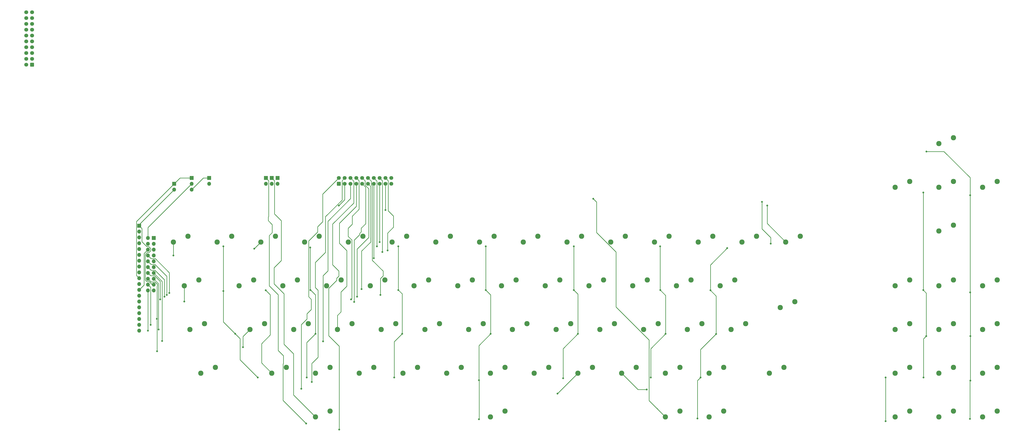
<source format=gtl>
G04 #@! TF.GenerationSoftware,KiCad,Pcbnew,8.0.2*
G04 #@! TF.CreationDate,2025-03-09T11:26:09+00:00*
G04 #@! TF.ProjectId,Keyboard,4b657962-6f61-4726-942e-6b696361645f,rev?*
G04 #@! TF.SameCoordinates,Original*
G04 #@! TF.FileFunction,Copper,L1,Top*
G04 #@! TF.FilePolarity,Positive*
%FSLAX46Y46*%
G04 Gerber Fmt 4.6, Leading zero omitted, Abs format (unit mm)*
G04 Created by KiCad (PCBNEW 8.0.2) date 2025-03-09 11:26:09*
%MOMM*%
%LPD*%
G01*
G04 APERTURE LIST*
G04 Aperture macros list*
%AMRoundRect*
0 Rectangle with rounded corners*
0 $1 Rounding radius*
0 $2 $3 $4 $5 $6 $7 $8 $9 X,Y pos of 4 corners*
0 Add a 4 corners polygon primitive as box body*
4,1,4,$2,$3,$4,$5,$6,$7,$8,$9,$2,$3,0*
0 Add four circle primitives for the rounded corners*
1,1,$1+$1,$2,$3*
1,1,$1+$1,$4,$5*
1,1,$1+$1,$6,$7*
1,1,$1+$1,$8,$9*
0 Add four rect primitives between the rounded corners*
20,1,$1+$1,$2,$3,$4,$5,0*
20,1,$1+$1,$4,$5,$6,$7,0*
20,1,$1+$1,$6,$7,$8,$9,0*
20,1,$1+$1,$8,$9,$2,$3,0*%
G04 Aperture macros list end*
G04 #@! TA.AperFunction,ComponentPad*
%ADD10RoundRect,0.250000X0.600000X-0.600000X0.600000X0.600000X-0.600000X0.600000X-0.600000X-0.600000X0*%
G04 #@! TD*
G04 #@! TA.AperFunction,ComponentPad*
%ADD11C,1.700000*%
G04 #@! TD*
G04 #@! TA.AperFunction,ComponentPad*
%ADD12RoundRect,0.250000X0.600000X0.600000X-0.600000X0.600000X-0.600000X-0.600000X0.600000X-0.600000X0*%
G04 #@! TD*
G04 #@! TA.AperFunction,ComponentPad*
%ADD13C,2.286000*%
G04 #@! TD*
G04 #@! TA.AperFunction,ComponentPad*
%ADD14R,1.700000X1.700000*%
G04 #@! TD*
G04 #@! TA.AperFunction,ComponentPad*
%ADD15O,1.700000X1.700000*%
G04 #@! TD*
G04 #@! TA.AperFunction,ViaPad*
%ADD16C,0.800000*%
G04 #@! TD*
G04 #@! TA.AperFunction,Conductor*
%ADD17C,0.250000*%
G04 #@! TD*
G04 APERTURE END LIST*
D10*
G04 #@! TO.P,J2,1,Pin_1*
G04 #@! TO.N,unconnected-(J2-Pin_1-Pad1)*
X169545000Y-122555000D03*
D11*
G04 #@! TO.P,J2,2,Pin_2*
G04 #@! TO.N,Y1*
X169545000Y-120015000D03*
G04 #@! TO.P,J2,3,Pin_3*
G04 #@! TO.N,X9*
X172085000Y-122555000D03*
G04 #@! TO.P,J2,4,Pin_4*
G04 #@! TO.N,Y2*
X172085000Y-120015000D03*
G04 #@! TO.P,J2,5,Pin_5*
G04 #@! TO.N,X7*
X174625000Y-122555000D03*
G04 #@! TO.P,J2,6,Pin_6*
G04 #@! TO.N,Y3*
X174625000Y-120015000D03*
G04 #@! TO.P,J2,7,Pin_7*
G04 #@! TO.N,X6*
X177165000Y-122555000D03*
G04 #@! TO.P,J2,8,Pin_8*
G04 #@! TO.N,Y4*
X177165000Y-120015000D03*
G04 #@! TO.P,J2,9,Pin_9*
G04 #@! TO.N,X5*
X179705000Y-122555000D03*
G04 #@! TO.P,J2,10,Pin_10*
G04 #@! TO.N,Y5*
X179705000Y-120015000D03*
G04 #@! TO.P,J2,11,Pin_11*
G04 #@! TO.N,X4*
X182245000Y-122555000D03*
G04 #@! TO.P,J2,12,Pin_12*
G04 #@! TO.N,Y6*
X182245000Y-120015000D03*
G04 #@! TO.P,J2,13,Pin_13*
G04 #@! TO.N,X3*
X184785000Y-122555000D03*
G04 #@! TO.P,J2,14,Pin_14*
G04 #@! TO.N,Y7*
X184785000Y-120015000D03*
G04 #@! TO.P,J2,15,Pin_15*
G04 #@! TO.N,X2*
X187325000Y-122555000D03*
G04 #@! TO.P,J2,16,Pin_16*
G04 #@! TO.N,Y8*
X187325000Y-120015000D03*
G04 #@! TO.P,J2,17,Pin_17*
G04 #@! TO.N,X1*
X189865000Y-122555000D03*
G04 #@! TO.P,J2,18,Pin_18*
G04 #@! TO.N,Y9*
X189865000Y-120015000D03*
G04 #@! TO.P,J2,19,Pin_19*
G04 #@! TO.N,unconnected-(J2-Pin_19-Pad19)*
X192405000Y-122555000D03*
G04 #@! TO.P,J2,20,Pin_20*
G04 #@! TO.N,Net-(J1-Pin_2)*
X192405000Y-120015000D03*
G04 #@! TD*
D12*
G04 #@! TO.P,J4,1,Pin_1*
G04 #@! TO.N,Y3*
X35941000Y-70713600D03*
D11*
G04 #@! TO.P,J4,2,Pin_2*
G04 #@! TO.N,Y4*
X33401000Y-70713600D03*
G04 #@! TO.P,J4,3,Pin_3*
G04 #@! TO.N,Y5*
X35941000Y-68173600D03*
G04 #@! TO.P,J4,4,Pin_4*
G04 #@! TO.N,Y6*
X33401000Y-68173600D03*
G04 #@! TO.P,J4,5,Pin_5*
G04 #@! TO.N,Y7*
X35941000Y-65633600D03*
G04 #@! TO.P,J4,6,Pin_6*
G04 #@! TO.N,Y8*
X33401000Y-65633600D03*
G04 #@! TO.P,J4,7,Pin_7*
G04 #@! TO.N,Y9*
X35941000Y-63093600D03*
G04 #@! TO.P,J4,8,Pin_8*
G04 #@! TO.N,X7*
X33401000Y-63093600D03*
G04 #@! TO.P,J4,9,Pin_9*
G04 #@! TO.N,X6*
X35941000Y-60553600D03*
G04 #@! TO.P,J4,10,Pin_10*
G04 #@! TO.N,X5*
X33401000Y-60553600D03*
G04 #@! TO.P,J4,11,Pin_11*
G04 #@! TO.N,X4*
X35941000Y-58013600D03*
G04 #@! TO.P,J4,12,Pin_12*
G04 #@! TO.N,X3*
X33401000Y-58013600D03*
G04 #@! TO.P,J4,13,Pin_13*
G04 #@! TO.N,X2*
X35941000Y-55473600D03*
G04 #@! TO.P,J4,14,Pin_14*
G04 #@! TO.N,X1*
X33401000Y-55473600D03*
G04 #@! TO.P,J4,15,Pin_15*
G04 #@! TO.N,Y10*
X35941000Y-52933600D03*
G04 #@! TO.P,J4,16,Pin_16*
G04 #@! TO.N,X9*
X33401000Y-52933600D03*
G04 #@! TO.P,J4,17,Pin_17*
G04 #@! TO.N,Y2*
X35941000Y-50393600D03*
G04 #@! TO.P,J4,18,Pin_18*
G04 #@! TO.N,Y1*
X33401000Y-50393600D03*
G04 #@! TO.P,J4,19,Pin_19*
G04 #@! TO.N,X8*
X35941000Y-47853600D03*
G04 #@! TO.P,J4,20,Pin_20*
G04 #@! TO.N,unconnected-(J4-Pin_20-Pad20)*
X33401000Y-47853600D03*
G04 #@! TD*
D13*
G04 #@! TO.P,SW17,1,A*
G04 #@! TO.N,X2*
X335597500Y-167005000D03*
G04 #@! TO.P,SW17,2,B*
G04 #@! TO.N,Net-(D17-A)*
X341947500Y-164465000D03*
G04 #@! TD*
G04 #@! TO.P,SW9,1,A*
G04 #@! TO.N,X2*
X430847500Y-124142500D03*
G04 #@! TO.P,SW9,2,B*
G04 #@! TO.N,Net-(D9-A)*
X437197500Y-121602500D03*
G04 #@! TD*
G04 #@! TO.P,SW60,1,A*
G04 #@! TO.N,X5*
X149860000Y-186055000D03*
G04 #@! TO.P,SW60,2,B*
G04 #@! TO.N,Net-(D60-A)*
X156210000Y-183515000D03*
G04 #@! TD*
G04 #@! TO.P,SW27,1,A*
G04 #@! TO.N,X4*
X297497500Y-167005000D03*
G04 #@! TO.P,SW27,2,B*
G04 #@! TO.N,Net-(D27-A)*
X303847500Y-164465000D03*
G04 #@! TD*
G04 #@! TO.P,SW22,1,A*
G04 #@! TO.N,X7*
X330835000Y-205105000D03*
G04 #@! TO.P,SW22,2,B*
G04 #@! TO.N,Net-(D22-A)*
X337185000Y-202565000D03*
G04 #@! TD*
G04 #@! TO.P,SW69,1,A*
G04 #@! TO.N,X6*
X130810000Y-186055000D03*
G04 #@! TO.P,SW69,2,B*
G04 #@! TO.N,Net-(D69-A)*
X137160000Y-183515000D03*
G04 #@! TD*
G04 #@! TO.P,SW33,1,A*
G04 #@! TO.N,X2*
X268922500Y-147955000D03*
G04 #@! TO.P,SW33,2,B*
G04 #@! TO.N,Net-(D33-A)*
X275272500Y-145415000D03*
G04 #@! TD*
G04 #@! TO.P,SW63,1,A*
G04 #@! TO.N,X8*
X159385000Y-205105000D03*
G04 #@! TO.P,SW63,2,B*
G04 #@! TO.N,Net-(D63-A)*
X165735000Y-202565000D03*
G04 #@! TD*
G04 #@! TO.P,SW7,1,A*
G04 #@! TO.N,X8*
X430847500Y-224155000D03*
G04 #@! TO.P,SW7,2,B*
G04 #@! TO.N,Net-(D7-A)*
X437197500Y-221615000D03*
G04 #@! TD*
G04 #@! TO.P,SW36,1,A*
G04 #@! TO.N,X5*
X283210000Y-186055000D03*
G04 #@! TO.P,SW36,2,B*
G04 #@! TO.N,Net-(D36-A)*
X289560000Y-183515000D03*
G04 #@! TD*
G04 #@! TO.P,SW50,1,A*
G04 #@! TO.N,X3*
X183197500Y-167005000D03*
G04 #@! TO.P,SW50,2,B*
G04 #@! TO.N,Net-(D50-A)*
X189547500Y-164465000D03*
G04 #@! TD*
G04 #@! TO.P,SW10,1,A*
G04 #@! TO.N,X3*
X411797500Y-167005000D03*
G04 #@! TO.P,SW10,2,B*
G04 #@! TO.N,Net-(D10-A)*
X418147500Y-164465000D03*
G04 #@! TD*
G04 #@! TO.P,SW1,1,A*
G04 #@! TO.N,X2*
X449897500Y-124142500D03*
G04 #@! TO.P,SW1,2,B*
G04 #@! TO.N,Net-(D1-A)*
X456247500Y-121602500D03*
G04 #@! TD*
G04 #@! TO.P,SW13,1,A*
G04 #@! TO.N,X6*
X411797500Y-205105000D03*
G04 #@! TO.P,SW13,2,B*
G04 #@! TO.N,Net-(D13-A)*
X418147500Y-202565000D03*
G04 #@! TD*
G04 #@! TO.P,SW42,1,A*
G04 #@! TO.N,X3*
X240347500Y-167005000D03*
G04 #@! TO.P,SW42,2,B*
G04 #@! TO.N,Net-(D42-A)*
X246697500Y-164465000D03*
G04 #@! TD*
G04 #@! TO.P,SW30,1,A*
G04 #@! TO.N,X7*
X311785000Y-205105000D03*
G04 #@! TO.P,SW30,2,B*
G04 #@! TO.N,Net-(D30-A)*
X318135000Y-202565000D03*
G04 #@! TD*
G04 #@! TO.P,SW62,1,A*
G04 #@! TO.N,X7*
X178435000Y-205105000D03*
G04 #@! TO.P,SW62,2,B*
G04 #@! TO.N,Net-(D62-A)*
X184785000Y-202565000D03*
G04 #@! TD*
G04 #@! TO.P,SW53,1,A*
G04 #@! TO.N,X6*
X187960000Y-186055000D03*
G04 #@! TO.P,SW53,2,B*
G04 #@! TO.N,Net-(D53-A)*
X194310000Y-183515000D03*
G04 #@! TD*
G04 #@! TO.P,SW79,1,A*
G04 #@! TO.N,X9*
X364172500Y-147955000D03*
G04 #@! TO.P,SW79,2,B*
G04 #@! TO.N,Net-(D79-A)*
X370522500Y-145415000D03*
G04 #@! TD*
G04 #@! TO.P,SW14,1,A*
G04 #@! TO.N,X7*
X430847500Y-205105000D03*
G04 #@! TO.P,SW14,2,B*
G04 #@! TO.N,Net-(D14-A)*
X437197500Y-202565000D03*
G04 #@! TD*
G04 #@! TO.P,SW65,1,A*
G04 #@! TO.N,X2*
X135572500Y-147955000D03*
G04 #@! TO.P,SW65,2,B*
G04 #@! TO.N,Net-(D65-A)*
X141922500Y-145415000D03*
G04 #@! TD*
G04 #@! TO.P,SW31,1,A*
G04 #@! TO.N,X8*
X292735000Y-205105000D03*
G04 #@! TO.P,SW31,2,B*
G04 #@! TO.N,Net-(D31-A)*
X299085000Y-202565000D03*
G04 #@! TD*
G04 #@! TO.P,SW37,1,A*
G04 #@! TO.N,X6*
X264160000Y-186055000D03*
G04 #@! TO.P,SW37,2,B*
G04 #@! TO.N,Net-(D37-A)*
X270510000Y-183515000D03*
G04 #@! TD*
G04 #@! TO.P,SW70,1,A*
G04 #@! TO.N,X7*
X104616250Y-186055000D03*
G04 #@! TO.P,SW70,2,B*
G04 #@! TO.N,Net-(D70-A)*
X110966250Y-183515000D03*
G04 #@! TD*
G04 #@! TO.P,SW39,1,A*
G04 #@! TO.N,X8*
X273685000Y-205105000D03*
G04 #@! TO.P,SW39,2,B*
G04 #@! TO.N,Net-(D39-A)*
X280035000Y-202565000D03*
G04 #@! TD*
G04 #@! TO.P,SW6,1,A*
G04 #@! TO.N,X7*
X449897500Y-224155000D03*
G04 #@! TO.P,SW6,2,B*
G04 #@! TO.N,Net-(D6-A)*
X456247500Y-221615000D03*
G04 #@! TD*
G04 #@! TO.P,SW20,1,A*
G04 #@! TO.N,X5*
X411797500Y-186055000D03*
G04 #@! TO.P,SW20,2,B*
G04 #@! TO.N,Net-(D20-A)*
X418147500Y-183515000D03*
G04 #@! TD*
G04 #@! TO.P,SW21,1,A*
G04 #@! TO.N,X6*
X109378750Y-205105000D03*
G04 #@! TO.P,SW21,2,B*
G04 #@! TO.N,Net-(D21-A)*
X115728750Y-202565000D03*
G04 #@! TD*
G04 #@! TO.P,SW38,1,A*
G04 #@! TO.N,X7*
X254635000Y-205105000D03*
G04 #@! TO.P,SW38,2,B*
G04 #@! TO.N,Net-(D38-A)*
X260985000Y-202565000D03*
G04 #@! TD*
G04 #@! TO.P,SW68,1,A*
G04 #@! TO.N,X5*
X102235000Y-167005000D03*
G04 #@! TO.P,SW68,2,B*
G04 #@! TO.N,Net-(D68-A)*
X108585000Y-164465000D03*
G04 #@! TD*
G04 #@! TO.P,SW56,1,A*
G04 #@! TO.N,X1*
X173672500Y-147955000D03*
G04 #@! TO.P,SW56,2,B*
G04 #@! TO.N,Net-(D56-A)*
X180022500Y-145415000D03*
G04 #@! TD*
G04 #@! TO.P,SW59,1,A*
G04 #@! TO.N,X4*
X145097500Y-167005000D03*
G04 #@! TO.P,SW59,2,B*
G04 #@! TO.N,Net-(D59-A)*
X151447500Y-164465000D03*
G04 #@! TD*
G04 #@! TO.P,SW902,1,A*
G04 #@! TO.N,Net-(SW902-A)*
X311785000Y-224155000D03*
G04 #@! TO.P,SW902,2,B*
G04 #@! TO.N,Net-(D74-A)*
X318135000Y-221615000D03*
G04 #@! TD*
G04 #@! TO.P,SW43,1,A*
G04 #@! TO.N,X4*
X221297500Y-167005000D03*
G04 #@! TO.P,SW43,2,B*
G04 #@! TO.N,Net-(D43-A)*
X227647500Y-164465000D03*
G04 #@! TD*
G04 #@! TO.P,SW901,1,A*
G04 #@! TO.N,Net-(SW901-A)*
X159385000Y-224155000D03*
G04 #@! TO.P,SW901,2,B*
G04 #@! TO.N,Net-(D75-A)*
X165735000Y-221615000D03*
G04 #@! TD*
G04 #@! TO.P,SW19,1,A*
G04 #@! TO.N,X4*
X340360000Y-186055000D03*
G04 #@! TO.P,SW19,2,B*
G04 #@! TO.N,Net-(D19-A)*
X346710000Y-183515000D03*
G04 #@! TD*
G04 #@! TO.P,SW34,1,A*
G04 #@! TO.N,X3*
X278447500Y-167005000D03*
G04 #@! TO.P,SW34,2,B*
G04 #@! TO.N,Net-(D34-A)*
X284797500Y-164465000D03*
G04 #@! TD*
G04 #@! TO.P,SW23,1,A*
G04 #@! TO.N,X8*
X330835000Y-224155000D03*
G04 #@! TO.P,SW23,2,B*
G04 #@! TO.N,Net-(D23-A)*
X337185000Y-221615000D03*
G04 #@! TD*
G04 #@! TO.P,SW11,1,A*
G04 #@! TO.N,X4*
X430847500Y-167005000D03*
G04 #@! TO.P,SW11,2,B*
G04 #@! TO.N,Net-(D11-A)*
X437197500Y-164465000D03*
G04 #@! TD*
G04 #@! TO.P,SW41,1,A*
G04 #@! TO.N,X2*
X230822500Y-147955000D03*
G04 #@! TO.P,SW41,2,B*
G04 #@! TO.N,Net-(D41-A)*
X237172500Y-145415000D03*
G04 #@! TD*
G04 #@! TO.P,SW45,1,A*
G04 #@! TO.N,X6*
X245110000Y-186055000D03*
G04 #@! TO.P,SW45,2,B*
G04 #@! TO.N,Net-(D45-A)*
X251460000Y-183515000D03*
G04 #@! TD*
G04 #@! TO.P,SW8,1,A*
G04 #@! TO.N,X1*
X411797500Y-124142500D03*
G04 #@! TO.P,SW8,2,B*
G04 #@! TO.N,Net-(D8-A)*
X418147500Y-121602500D03*
G04 #@! TD*
G04 #@! TO.P,SW52,1,A*
G04 #@! TO.N,X5*
X207010000Y-186055000D03*
G04 #@! TO.P,SW52,2,B*
G04 #@! TO.N,Net-(D52-A)*
X213360000Y-183515000D03*
G04 #@! TD*
G04 #@! TO.P,SW5,1,A*
G04 #@! TO.N,X6*
X449897500Y-205105000D03*
G04 #@! TO.P,SW5,2,B*
G04 #@! TO.N,Net-(D5-A)*
X456247500Y-202565000D03*
G04 #@! TD*
G04 #@! TO.P,SW16,1,A*
G04 #@! TO.N,X1*
X345122500Y-147955000D03*
G04 #@! TO.P,SW16,2,B*
G04 #@! TO.N,Net-(D16-A)*
X351472500Y-145415000D03*
G04 #@! TD*
G04 #@! TO.P,SW4,1,A*
G04 #@! TO.N,X5*
X449897500Y-186055000D03*
G04 #@! TO.P,SW4,2,B*
G04 #@! TO.N,Net-(D4-A)*
X456247500Y-183515000D03*
G04 #@! TD*
G04 #@! TO.P,SW67,1,A*
G04 #@! TO.N,X4*
X126047500Y-167005000D03*
G04 #@! TO.P,SW67,2,B*
G04 #@! TO.N,Net-(D67-A)*
X132397500Y-164465000D03*
G04 #@! TD*
G04 #@! TO.P,SW18,1,A*
G04 #@! TO.N,X3*
X361791250Y-176530000D03*
G04 #@! TO.P,SW18,2,B*
G04 #@! TO.N,Net-(D18-A)*
X368141250Y-173990000D03*
G04 #@! TD*
G04 #@! TO.P,SW25,1,A*
G04 #@! TO.N,X2*
X307022500Y-147955000D03*
G04 #@! TO.P,SW25,2,B*
G04 #@! TO.N,Net-(D25-A)*
X313372500Y-145415000D03*
G04 #@! TD*
G04 #@! TO.P,SW24,1,A*
G04 #@! TO.N,X1*
X326072500Y-147955000D03*
G04 #@! TO.P,SW24,2,B*
G04 #@! TO.N,Net-(D24-A)*
X332422500Y-145415000D03*
G04 #@! TD*
G04 #@! TO.P,SW12,1,A*
G04 #@! TO.N,X5*
X430847500Y-186055000D03*
G04 #@! TO.P,SW12,2,B*
G04 #@! TO.N,Net-(D12-A)*
X437197500Y-183515000D03*
G04 #@! TD*
G04 #@! TO.P,SW66,1,A*
G04 #@! TO.N,X3*
X97472500Y-147955000D03*
G04 #@! TO.P,SW66,2,B*
G04 #@! TO.N,Net-(D66-A)*
X103822500Y-145415000D03*
G04 #@! TD*
G04 #@! TO.P,SW28,1,A*
G04 #@! TO.N,X5*
X321310000Y-186055000D03*
G04 #@! TO.P,SW28,2,B*
G04 #@! TO.N,Net-(D28-A)*
X327660000Y-183515000D03*
G04 #@! TD*
G04 #@! TO.P,SW29,1,A*
G04 #@! TO.N,X6*
X302260000Y-186055000D03*
G04 #@! TO.P,SW29,2,B*
G04 #@! TO.N,Net-(D29-A)*
X308610000Y-183515000D03*
G04 #@! TD*
G04 #@! TO.P,SW58,1,A*
G04 #@! TO.N,X3*
X164147500Y-167005000D03*
G04 #@! TO.P,SW58,2,B*
G04 #@! TO.N,Net-(D58-A)*
X170497500Y-164465000D03*
G04 #@! TD*
G04 #@! TO.P,SW15,1,A*
G04 #@! TO.N,X8*
X411797500Y-224155000D03*
G04 #@! TO.P,SW15,2,B*
G04 #@! TO.N,Net-(D15-A)*
X418147500Y-221615000D03*
G04 #@! TD*
G04 #@! TO.P,SW3,1,A*
G04 #@! TO.N,X4*
X449897500Y-167005000D03*
G04 #@! TO.P,SW3,2,B*
G04 #@! TO.N,Net-(D3-A)*
X456247500Y-164465000D03*
G04 #@! TD*
G04 #@! TO.P,SW48,1,A*
G04 #@! TO.N,X1*
X211772500Y-147955000D03*
G04 #@! TO.P,SW48,2,B*
G04 #@! TO.N,Net-(D48-A)*
X218122500Y-145415000D03*
G04 #@! TD*
G04 #@! TO.P,SW57,1,A*
G04 #@! TO.N,X2*
X154622500Y-147955000D03*
G04 #@! TO.P,SW57,2,B*
G04 #@! TO.N,Net-(D57-A)*
X160972500Y-145415000D03*
G04 #@! TD*
G04 #@! TO.P,SW61,1,A*
G04 #@! TO.N,X6*
X168910000Y-186055000D03*
G04 #@! TO.P,SW61,2,B*
G04 #@! TO.N,Net-(D61-A)*
X175260000Y-183515000D03*
G04 #@! TD*
G04 #@! TO.P,SW0,1,A*
G04 #@! TO.N,X1*
X430847500Y-105092500D03*
G04 #@! TO.P,SW0,2,B*
G04 #@! TO.N,Net-(D0-A)*
X437197500Y-102552500D03*
G04 #@! TD*
G04 #@! TO.P,SW47,1,A*
G04 #@! TO.N,X8*
X235585000Y-224155000D03*
G04 #@! TO.P,SW47,2,B*
G04 #@! TO.N,Net-(D47-A)*
X241935000Y-221615000D03*
G04 #@! TD*
G04 #@! TO.P,SW64,1,A*
G04 #@! TO.N,X1*
X116522500Y-147955000D03*
G04 #@! TO.P,SW64,2,B*
G04 #@! TO.N,Net-(D64-A)*
X122872500Y-145415000D03*
G04 #@! TD*
G04 #@! TO.P,SW71,1,A*
G04 #@! TO.N,X8*
X140335000Y-205105000D03*
G04 #@! TO.P,SW71,2,B*
G04 #@! TO.N,Net-(D71-A)*
X146685000Y-202565000D03*
G04 #@! TD*
G04 #@! TO.P,SW35,1,A*
G04 #@! TO.N,X4*
X259397500Y-167005000D03*
G04 #@! TO.P,SW35,2,B*
G04 #@! TO.N,Net-(D35-A)*
X265747500Y-164465000D03*
G04 #@! TD*
G04 #@! TO.P,SW51,1,A*
G04 #@! TO.N,X4*
X202247500Y-167005000D03*
G04 #@! TO.P,SW51,2,B*
G04 #@! TO.N,Net-(D51-A)*
X208597500Y-164465000D03*
G04 #@! TD*
G04 #@! TO.P,SW54,1,A*
G04 #@! TO.N,X7*
X216535000Y-205105000D03*
G04 #@! TO.P,SW54,2,B*
G04 #@! TO.N,Net-(D54-A)*
X222885000Y-202565000D03*
G04 #@! TD*
G04 #@! TO.P,SW46,1,A*
G04 #@! TO.N,X7*
X235585000Y-205105000D03*
G04 #@! TO.P,SW46,2,B*
G04 #@! TO.N,Net-(D46-A)*
X241935000Y-202565000D03*
G04 #@! TD*
G04 #@! TO.P,SW49,1,A*
G04 #@! TO.N,X2*
X192722500Y-147955000D03*
G04 #@! TO.P,SW49,2,B*
G04 #@! TO.N,Net-(D49-A)*
X199072500Y-145415000D03*
G04 #@! TD*
G04 #@! TO.P,SW26,1,A*
G04 #@! TO.N,X3*
X316547500Y-167005000D03*
G04 #@! TO.P,SW26,2,B*
G04 #@! TO.N,Net-(D26-A)*
X322897500Y-164465000D03*
G04 #@! TD*
G04 #@! TO.P,SW2,1,A*
G04 #@! TO.N,X3*
X430847500Y-143192500D03*
G04 #@! TO.P,SW2,2,B*
G04 #@! TO.N,Net-(D2-A)*
X437197500Y-140652500D03*
G04 #@! TD*
G04 #@! TO.P,SW40,1,A*
G04 #@! TO.N,X1*
X249872500Y-147955000D03*
G04 #@! TO.P,SW40,2,B*
G04 #@! TO.N,Net-(D40-A)*
X256222500Y-145415000D03*
G04 #@! TD*
G04 #@! TO.P,SW32,1,A*
G04 #@! TO.N,X1*
X287972500Y-147955000D03*
G04 #@! TO.P,SW32,2,B*
G04 #@! TO.N,Net-(D32-A)*
X294322500Y-145415000D03*
G04 #@! TD*
G04 #@! TO.P,SW55,1,A*
G04 #@! TO.N,X8*
X197485000Y-205105000D03*
G04 #@! TO.P,SW55,2,B*
G04 #@! TO.N,Net-(D55-A)*
X203835000Y-202565000D03*
G04 #@! TD*
G04 #@! TO.P,SW121,1,A*
G04 #@! TO.N,X6*
X357028750Y-205105000D03*
G04 #@! TO.P,SW121,2,B*
G04 #@! TO.N,Net-(D73-A)*
X363378750Y-202565000D03*
G04 #@! TD*
G04 #@! TO.P,SW44,1,A*
G04 #@! TO.N,X5*
X226060000Y-186055000D03*
G04 #@! TO.P,SW44,2,B*
G04 #@! TO.N,Net-(D44-A)*
X232410000Y-183515000D03*
G04 #@! TD*
D14*
G04 #@! TO.P,JP1,1,A*
G04 #@! TO.N,X8*
X105410000Y-120015000D03*
D15*
G04 #@! TO.P,JP1,2,C*
G04 #@! TO.N,Net-(J1-Pin_2)*
X105410000Y-122555000D03*
G04 #@! TO.P,JP1,3,B*
G04 #@! TO.N,Y10*
X105410000Y-125095000D03*
G04 #@! TD*
D14*
G04 #@! TO.P,J1,1,Pin_1*
G04 #@! TO.N,Net-(J1-Pin_1)*
X88905000Y-146215000D03*
D15*
G04 #@! TO.P,J1,2,Pin_2*
G04 #@! TO.N,Net-(J1-Pin_2)*
X86365000Y-146215000D03*
G04 #@! TO.P,J1,3,Pin_3*
G04 #@! TO.N,X1*
X88905000Y-148755000D03*
G04 #@! TO.P,J1,4,Pin_4*
G04 #@! TO.N,Y9*
X86365000Y-148755000D03*
G04 #@! TO.P,J1,5,Pin_5*
G04 #@! TO.N,X2*
X88905000Y-151295000D03*
G04 #@! TO.P,J1,6,Pin_6*
G04 #@! TO.N,Y8*
X86365000Y-151295000D03*
G04 #@! TO.P,J1,7,Pin_7*
G04 #@! TO.N,X3*
X88905000Y-153835000D03*
G04 #@! TO.P,J1,8,Pin_8*
G04 #@! TO.N,Y7*
X86365000Y-153835000D03*
G04 #@! TO.P,J1,9,Pin_9*
G04 #@! TO.N,X4*
X88905000Y-156375000D03*
G04 #@! TO.P,J1,10,Pin_10*
G04 #@! TO.N,Y6*
X86365000Y-156375000D03*
G04 #@! TO.P,J1,11,Pin_11*
G04 #@! TO.N,X5*
X88905000Y-158915000D03*
G04 #@! TO.P,J1,12,Pin_12*
G04 #@! TO.N,Y5*
X86365000Y-158915000D03*
G04 #@! TO.P,J1,13,Pin_13*
G04 #@! TO.N,X6*
X88905000Y-161455000D03*
G04 #@! TO.P,J1,14,Pin_14*
G04 #@! TO.N,Y4*
X86365000Y-161455000D03*
G04 #@! TO.P,J1,15,Pin_15*
G04 #@! TO.N,X7*
X88905000Y-163995000D03*
G04 #@! TO.P,J1,16,Pin_16*
G04 #@! TO.N,Y3*
X86365000Y-163995000D03*
G04 #@! TO.P,J1,17,Pin_17*
G04 #@! TO.N,X9*
X88905000Y-166535000D03*
G04 #@! TO.P,J1,18,Pin_18*
G04 #@! TO.N,Y2*
X86365000Y-166535000D03*
G04 #@! TO.P,J1,19,Pin_19*
G04 #@! TO.N,unconnected-(J1-Pin_19-Pad19)*
X88905000Y-169075000D03*
G04 #@! TO.P,J1,20,Pin_20*
G04 #@! TO.N,Y1*
X86365000Y-169075000D03*
G04 #@! TD*
D14*
G04 #@! TO.P,JP2,1,1*
G04 #@! TO.N,Y10*
X113030000Y-120015000D03*
D15*
G04 #@! TO.P,JP2,2,2*
G04 #@! TO.N,Net-(J1-Pin_1)*
X113030000Y-122555000D03*
G04 #@! TD*
D14*
G04 #@! TO.P,JP3,1,1*
G04 #@! TO.N,X8*
X97790000Y-122555000D03*
D15*
G04 #@! TO.P,JP3,2,2*
G04 #@! TO.N,X9*
X97790000Y-125095000D03*
G04 #@! TD*
D14*
G04 #@! TO.P,JP5,1,1*
G04 #@! TO.N,Net-(SW902-A)*
X142875000Y-120010000D03*
D15*
G04 #@! TO.P,JP5,2,2*
G04 #@! TO.N,X6*
X142875000Y-122550000D03*
G04 #@! TD*
D14*
G04 #@! TO.P,J3,1,Pin_1*
G04 #@! TO.N,X9*
X82550000Y-140855000D03*
D15*
G04 #@! TO.P,J3,2,Pin_2*
G04 #@! TO.N,Y10*
X82550000Y-143395000D03*
G04 #@! TO.P,J3,3,Pin_3*
G04 #@! TO.N,X1*
X82550000Y-145935000D03*
G04 #@! TO.P,J3,4,Pin_4*
G04 #@! TO.N,X2*
X82550000Y-148475000D03*
G04 #@! TO.P,J3,5,Pin_5*
G04 #@! TO.N,X3*
X82550000Y-151015000D03*
G04 #@! TO.P,J3,6,Pin_6*
G04 #@! TO.N,X4*
X82550000Y-153555000D03*
G04 #@! TO.P,J3,7,Pin_7*
G04 #@! TO.N,X5*
X82550000Y-156095000D03*
G04 #@! TO.P,J3,8,Pin_8*
G04 #@! TO.N,X6*
X82550000Y-158635000D03*
G04 #@! TO.P,J3,9,Pin_9*
G04 #@! TO.N,X7*
X82550000Y-161175000D03*
G04 #@! TO.P,J3,10,Pin_10*
G04 #@! TO.N,X8*
X82550000Y-163715000D03*
G04 #@! TO.P,J3,11,Pin_11*
G04 #@! TO.N,Y9*
X82550000Y-166255000D03*
G04 #@! TO.P,J3,12,Pin_12*
G04 #@! TO.N,Y8*
X82550000Y-168795000D03*
G04 #@! TO.P,J3,13,Pin_13*
G04 #@! TO.N,Y7*
X82550000Y-171335000D03*
G04 #@! TO.P,J3,14,Pin_14*
G04 #@! TO.N,Y6*
X82550000Y-173875000D03*
G04 #@! TO.P,J3,15,Pin_15*
G04 #@! TO.N,Y5*
X82550000Y-176415000D03*
G04 #@! TO.P,J3,16,Pin_16*
G04 #@! TO.N,Y4*
X82550000Y-178955000D03*
G04 #@! TO.P,J3,17,Pin_17*
G04 #@! TO.N,Y3*
X82550000Y-181495000D03*
G04 #@! TO.P,J3,18,Pin_18*
G04 #@! TO.N,Y2*
X82550000Y-184035000D03*
G04 #@! TO.P,J3,19,Pin_19*
G04 #@! TO.N,Y1*
X82550000Y-186575000D03*
G04 #@! TD*
D14*
G04 #@! TO.P,JP4,1,1*
G04 #@! TO.N,Net-(SW901-A)*
X140335000Y-120010000D03*
D15*
G04 #@! TO.P,JP4,2,2*
G04 #@! TO.N,X5*
X140335000Y-122550000D03*
G04 #@! TD*
D14*
G04 #@! TO.P,JP6,1,1*
G04 #@! TO.N,Net-(D74-K)*
X137795000Y-120010000D03*
D15*
G04 #@! TO.P,JP6,2,2*
G04 #@! TO.N,Y10*
X137795000Y-122550000D03*
G04 #@! TD*
D16*
G04 #@! TO.N,Net-(D74-K)*
X155282900Y-227037900D03*
G04 #@! TO.N,Net-(SW902-A)*
X280339800Y-129133600D03*
G04 #@! TO.N,Y10*
X357606600Y-148691600D03*
X353822000Y-130479800D03*
G04 #@! TO.N,Y9*
X124409200Y-187960000D03*
X134188200Y-207010000D03*
X190728600Y-151612600D03*
X119176800Y-149878200D03*
X119227600Y-169341800D03*
G04 #@! TO.N,Y8*
X188468000Y-152337600D03*
X159334200Y-187960000D03*
X157099000Y-150342600D03*
X157149800Y-168910000D03*
X155524200Y-207010000D03*
G04 #@! TO.N,Y7*
X95656400Y-170154600D03*
X195453000Y-168910000D03*
X193624200Y-207010000D03*
X195453000Y-149860000D03*
X197078600Y-187960000D03*
X186131200Y-149834600D03*
G04 #@! TO.N,Y6*
X233527600Y-149860000D03*
X233527600Y-168910000D03*
X187629800Y-170967400D03*
X230530400Y-208203800D03*
X94564200Y-170967400D03*
X235635800Y-187960000D03*
X230581200Y-225196400D03*
G04 #@! TO.N,Y5*
X273659600Y-187960000D03*
X271907000Y-149860000D03*
X177495200Y-171754800D03*
X93548200Y-171754800D03*
X271907000Y-168910000D03*
X267208000Y-207365600D03*
G04 #@! TO.N,Y4*
X309499000Y-149860000D03*
X309549800Y-168910000D03*
X91694000Y-172923200D03*
X311861200Y-187960000D03*
X305384200Y-207010000D03*
X174879000Y-172923200D03*
G04 #@! TO.N,Y3*
X338709000Y-150622000D03*
X327101200Y-207010000D03*
X331368400Y-168986200D03*
X90308600Y-195580000D03*
X325755000Y-224866200D03*
X169697400Y-229698900D03*
X90244000Y-181432200D03*
X333883000Y-187985400D03*
G04 #@! TO.N,Y2*
X424078400Y-126390400D03*
X407644600Y-226034600D03*
X424078400Y-168910000D03*
X157759400Y-208965800D03*
X407695400Y-207010000D03*
X87540000Y-184023000D03*
X425399200Y-188976000D03*
X424205400Y-207010000D03*
G04 #@! TO.N,X9*
X356082600Y-132080000D03*
X169519600Y-132080000D03*
G04 #@! TO.N,X8*
X264744200Y-213995000D03*
X137668000Y-168960800D03*
X303657000Y-212200000D03*
G04 #@! TO.N,X7*
X162636200Y-191264300D03*
X91033600Y-186055000D03*
G04 #@! TO.N,X6*
X127762000Y-193751200D03*
X92583000Y-191109600D03*
G04 #@! TO.N,X5*
X102235000Y-173913800D03*
X176225200Y-174020000D03*
G04 #@! TO.N,X4*
X179451000Y-168478200D03*
G04 #@! TO.N,X3*
X184785000Y-154970000D03*
X97459800Y-153797000D03*
G04 #@! TO.N,X2*
X132689600Y-150876000D03*
X187325000Y-147955000D03*
G04 #@! TO.N,X1*
X189865000Y-133985000D03*
G04 #@! TO.N,Y1*
X444500000Y-127584200D03*
X425475400Y-108508800D03*
X444550800Y-188976000D03*
X444525400Y-169875200D03*
X444449200Y-225044000D03*
X444576200Y-208305400D03*
X153162000Y-211861400D03*
X86365000Y-186563000D03*
G04 #@! TD*
D17*
G04 #@! TO.N,X5*
X102235000Y-173913800D02*
X102235000Y-167005000D01*
G04 #@! TO.N,Net-(SW902-A)*
X304659200Y-190664000D02*
X304659200Y-217029200D01*
X290245800Y-176250600D02*
X304659200Y-190664000D01*
X290245800Y-152304366D02*
X290245800Y-176250600D01*
X304659200Y-217029200D02*
X311785000Y-224155000D01*
X281736800Y-143795366D02*
X290245800Y-152304366D01*
X281736800Y-130530600D02*
X281736800Y-143795366D01*
X280339800Y-129133600D02*
X281736800Y-130530600D01*
G04 #@! TO.N,Net-(D74-K)*
X138760200Y-138607800D02*
X139738100Y-139585700D01*
X138970000Y-121185000D02*
X138970000Y-136825850D01*
X138970000Y-136825850D02*
X138760200Y-137035650D01*
X138760200Y-137035650D02*
X138760200Y-138607800D01*
X137795000Y-120010000D02*
X138970000Y-121185000D01*
X140481400Y-140329000D02*
X139738100Y-139585700D01*
G04 #@! TO.N,Net-(SW901-A)*
X141510000Y-135795000D02*
X141706600Y-135991600D01*
X141510000Y-121185000D02*
X141510000Y-135795000D01*
X140335000Y-120010000D02*
X141510000Y-121185000D01*
X141706600Y-135991600D02*
X144418400Y-138703400D01*
G04 #@! TO.N,Net-(D74-K)*
X139192000Y-145145631D02*
X140481400Y-143856231D01*
X140481400Y-143856231D02*
X140481400Y-140329000D01*
X143078200Y-170916600D02*
X139192000Y-167030400D01*
X139192000Y-167030400D02*
X139192000Y-145145631D01*
X145364200Y-197545850D02*
X143078200Y-195259850D01*
X143078200Y-195259850D02*
X143078200Y-170916600D01*
X145217000Y-201033131D02*
X145364200Y-200885931D01*
X145217000Y-216972000D02*
X145217000Y-201033131D01*
X155282900Y-227037900D02*
X145217000Y-216972000D01*
X145364200Y-200885931D02*
X145364200Y-197545850D01*
G04 #@! TO.N,Net-(SW901-A)*
X149809200Y-196687550D02*
X149809200Y-214579200D01*
X145643600Y-192521950D02*
X149809200Y-196687550D01*
X145643600Y-170459400D02*
X145643600Y-192521950D01*
X141331600Y-166147400D02*
X145643600Y-170459400D01*
X141331600Y-159150400D02*
X141331600Y-166147400D01*
X144418400Y-156063600D02*
X141331600Y-159150400D01*
X149809200Y-214579200D02*
X159385000Y-224155000D01*
X144418400Y-138703400D02*
X144418400Y-156063600D01*
G04 #@! TO.N,X8*
X135890000Y-200660000D02*
X140335000Y-205105000D01*
X139655900Y-188486700D02*
X135890000Y-192252600D01*
X135890000Y-192252600D02*
X135890000Y-200660000D01*
X139655900Y-170948700D02*
X139655900Y-188486700D01*
X137668000Y-168960800D02*
X139655900Y-170948700D01*
G04 #@! TO.N,Net-(SW902-A)*
X308019100Y-220389100D02*
X311785000Y-224155000D01*
G04 #@! TO.N,Y10*
X357606600Y-148691600D02*
X357606600Y-146005416D01*
X357606600Y-146005416D02*
X353822000Y-142220816D01*
X110490000Y-120015000D02*
X105410000Y-125095000D01*
X113030000Y-120015000D02*
X110490000Y-120015000D01*
X353822000Y-142220816D02*
X353822000Y-130479800D01*
G04 #@! TO.N,Y9*
X119176800Y-149878200D02*
X119176800Y-169291000D01*
X126492000Y-190042800D02*
X124409200Y-187960000D01*
X126492000Y-199313800D02*
X126492000Y-190042800D01*
X193327500Y-141463684D02*
X193327500Y-136634700D01*
X119227600Y-182778400D02*
X119227600Y-169341800D01*
X190728600Y-144062584D02*
X193327500Y-141463684D01*
X119176800Y-169291000D02*
X119227600Y-169341800D01*
X134188200Y-207010000D02*
X126492000Y-199313800D01*
X191040000Y-134347200D02*
X191040000Y-121190000D01*
X190728600Y-151612600D02*
X190728600Y-144062584D01*
X191040000Y-121190000D02*
X189865000Y-120015000D01*
X193327500Y-136634700D02*
X191040000Y-134347200D01*
X124409200Y-187960000D02*
X119227600Y-182778400D01*
G04 #@! TO.N,Y8*
X155524200Y-207010000D02*
X155524200Y-191770000D01*
X155524200Y-191770000D02*
X159334200Y-187960000D01*
X157099000Y-150342600D02*
X157099000Y-168859200D01*
X159334200Y-187960000D02*
X159334200Y-171018200D01*
X84658200Y-166686800D02*
X84658200Y-153001800D01*
X157099000Y-168859200D02*
X157149800Y-168910000D01*
X82550000Y-168795000D02*
X84658200Y-166686800D01*
X187325000Y-120015000D02*
X188500000Y-121190000D01*
X157226000Y-168910000D02*
X157149800Y-168910000D01*
X188500000Y-152305600D02*
X188468000Y-152337600D01*
X159334200Y-171018200D02*
X157226000Y-168910000D01*
X188500000Y-121190000D02*
X188500000Y-152305600D01*
X84658200Y-153001800D02*
X86365000Y-151295000D01*
G04 #@! TO.N,Y7*
X95656400Y-161315400D02*
X89541000Y-155200000D01*
X195453000Y-149860000D02*
X195453000Y-168910000D01*
X95656400Y-170154600D02*
X95656400Y-161315400D01*
X193624200Y-191414400D02*
X197078600Y-187960000D01*
X184785000Y-120015000D02*
X186131200Y-121361200D01*
X197078600Y-170535600D02*
X195453000Y-168910000D01*
X193624200Y-207010000D02*
X193624200Y-191414400D01*
X186131200Y-121361200D02*
X186131200Y-149834600D01*
X87730000Y-155200000D02*
X86365000Y-153835000D01*
X197078600Y-187960000D02*
X197078600Y-170535600D01*
X89541000Y-155200000D02*
X87730000Y-155200000D01*
G04 #@! TO.N,Y6*
X184073800Y-123505501D02*
X183610000Y-123041701D01*
X188772800Y-162737800D02*
X188772800Y-160629600D01*
X230530400Y-193065400D02*
X235635800Y-187960000D01*
X187629800Y-163880800D02*
X188772800Y-162737800D01*
X94564200Y-170967400D02*
X94564200Y-162864800D01*
X94564200Y-162864800D02*
X89439400Y-157740000D01*
X87730000Y-157740000D02*
X86365000Y-156375000D01*
X183610000Y-123041701D02*
X183610000Y-121380000D01*
X230632000Y-225145600D02*
X230581200Y-225196400D01*
X183610000Y-121380000D02*
X182245000Y-120015000D01*
X187629800Y-170967400D02*
X187629800Y-163880800D01*
X184060000Y-155916800D02*
X184060000Y-154669695D01*
X89439400Y-157740000D02*
X87730000Y-157740000D01*
X230530400Y-208203800D02*
X230632000Y-208305400D01*
X235635800Y-171018200D02*
X233527600Y-168910000D01*
X233527600Y-149860000D02*
X233527600Y-168910000D01*
X188772800Y-160629600D02*
X184060000Y-155916800D01*
X184073800Y-154655895D02*
X184073800Y-123505501D01*
X230632000Y-208305400D02*
X230632000Y-225145600D01*
X235635800Y-187960000D02*
X235635800Y-171018200D01*
X230530400Y-208203800D02*
X230530400Y-193065400D01*
X184060000Y-154669695D02*
X184073800Y-154655895D01*
G04 #@! TO.N,Y5*
X182575200Y-124788804D02*
X180898800Y-123112404D01*
X93548200Y-164388800D02*
X89439400Y-160280000D01*
X180898800Y-123112404D02*
X180898800Y-121208800D01*
X273659600Y-170662600D02*
X271907000Y-168910000D01*
X93548200Y-171754800D02*
X93548200Y-164388800D01*
X177495200Y-151003000D02*
X182575200Y-145923000D01*
X267182600Y-207340200D02*
X267182600Y-194437000D01*
X89439400Y-160280000D02*
X87730000Y-160280000D01*
X267182600Y-194437000D02*
X273659600Y-187960000D01*
X177495200Y-171754800D02*
X177495200Y-151003000D01*
X182575200Y-145923000D02*
X182575200Y-124788804D01*
X271907000Y-149860000D02*
X271907000Y-168910000D01*
X273659600Y-187960000D02*
X273659600Y-170662600D01*
X267208000Y-207365600D02*
X267182600Y-207340200D01*
X180898800Y-121208800D02*
X179705000Y-120015000D01*
X87730000Y-160280000D02*
X86365000Y-158915000D01*
G04 #@! TO.N,Y4*
X173583600Y-145491200D02*
X175140500Y-147048100D01*
X89201701Y-162630000D02*
X87540000Y-162630000D01*
X309499000Y-168859200D02*
X309549800Y-168910000D01*
X177165000Y-120015000D02*
X178340000Y-121190000D01*
X87540000Y-162630000D02*
X86365000Y-161455000D01*
X178340000Y-133699000D02*
X175336200Y-136702800D01*
X311861200Y-171221400D02*
X309549800Y-168910000D01*
X305384200Y-194437000D02*
X311861200Y-187960000D01*
X305384200Y-207010000D02*
X305384200Y-194437000D01*
X90387450Y-163815750D02*
X89201701Y-162630000D01*
X175140500Y-147048100D02*
X175140500Y-172661700D01*
X175140500Y-172661700D02*
X174879000Y-172923200D01*
X91694000Y-172923200D02*
X91694000Y-165122300D01*
X311861200Y-187960000D02*
X311861200Y-171221400D01*
X175336200Y-140182600D02*
X173583600Y-141935200D01*
X309499000Y-149860000D02*
X309499000Y-168859200D01*
X175336200Y-136702800D02*
X175336200Y-140182600D01*
X178340000Y-121190000D02*
X178340000Y-133699000D01*
X173583600Y-141935200D02*
X173583600Y-145491200D01*
X91694000Y-165122300D02*
X90387450Y-163815750D01*
G04 #@! TO.N,Y3*
X175990000Y-130969000D02*
X166827200Y-140131800D01*
X333883000Y-171500800D02*
X331368400Y-168986200D01*
X168605200Y-163728400D02*
X168605200Y-164623366D01*
X87730000Y-165360000D02*
X86365000Y-163995000D01*
X331368400Y-157962600D02*
X338709000Y-150622000D01*
X333883000Y-187985400D02*
X333883000Y-171500800D01*
X166827200Y-157861000D02*
X169519600Y-160553400D01*
X90398600Y-166366899D02*
X89391701Y-165360000D01*
X165100000Y-168128566D02*
X165100000Y-188772800D01*
X327069100Y-206977900D02*
X327069100Y-194799300D01*
X89391701Y-165360000D02*
X87730000Y-165360000D01*
X325755000Y-224866200D02*
X325755000Y-208356200D01*
X90308600Y-167196600D02*
X90398600Y-167106600D01*
X327069100Y-194799300D02*
X333883000Y-187985400D01*
X90308600Y-195580000D02*
X90308600Y-167196600D01*
X174625000Y-120015000D02*
X175990000Y-121380000D01*
X168605200Y-164623366D02*
X165100000Y-168128566D01*
X166827200Y-140131800D02*
X166827200Y-157861000D01*
X327101200Y-207010000D02*
X327069100Y-206977900D01*
X325755000Y-208356200D02*
X327101200Y-207010000D01*
X169697400Y-193370200D02*
X169697400Y-229698900D01*
X169519600Y-160553400D02*
X169519600Y-162814000D01*
X169519600Y-162814000D02*
X168605200Y-163728400D01*
X165100000Y-188772800D02*
X169697400Y-193370200D01*
X90398600Y-167106600D02*
X90398600Y-166366899D01*
X175990000Y-121380000D02*
X175990000Y-130969000D01*
X331368400Y-168986200D02*
X331368400Y-157962600D01*
G04 #@! TO.N,Y2*
X425399200Y-170230800D02*
X424078400Y-168910000D01*
X425399200Y-188976000D02*
X425399200Y-170230800D01*
X170910000Y-129664295D02*
X163677600Y-136896695D01*
X163677600Y-136896695D02*
X163677600Y-152476200D01*
X424205400Y-190169800D02*
X425399200Y-188976000D01*
X424078400Y-168910000D02*
X424078400Y-126390400D01*
X163677600Y-152476200D02*
X159258000Y-156895800D01*
X159258000Y-156895800D02*
X159258000Y-167767000D01*
X159258000Y-167767000D02*
X160451800Y-168960800D01*
X407644600Y-226034600D02*
X407644600Y-207060800D01*
X407644600Y-207060800D02*
X407695400Y-207010000D01*
X424205400Y-207010000D02*
X424205400Y-190169800D01*
X160451800Y-168960800D02*
X160451800Y-198148069D01*
X160451800Y-198148069D02*
X158070900Y-200528969D01*
X170910000Y-121190000D02*
X170910000Y-129664295D01*
X87540000Y-167710000D02*
X87540000Y-184023000D01*
X172085000Y-120015000D02*
X170910000Y-121190000D01*
X86365000Y-166535000D02*
X87540000Y-167710000D01*
X157759400Y-200844284D02*
X157759400Y-208965800D01*
X158070900Y-200532784D02*
X157759400Y-200844284D01*
X158070900Y-200528969D02*
X158070900Y-200532784D01*
G04 #@! TO.N,X9*
X86851701Y-165170000D02*
X85878299Y-165170000D01*
X87540000Y-151781701D02*
X87540000Y-150805200D01*
X88905000Y-166535000D02*
X88216701Y-166535000D01*
X86068299Y-152470000D02*
X86851701Y-152470000D01*
X85190000Y-153348299D02*
X86068299Y-152470000D01*
X83743800Y-147795501D02*
X83743800Y-142048800D01*
X83743800Y-142048800D02*
X82550000Y-140855000D01*
X97790000Y-125095000D02*
X82550000Y-140335000D01*
X85878299Y-165170000D02*
X85190000Y-164481701D01*
X356082600Y-132080000D02*
X356082600Y-139865100D01*
X356082600Y-139865100D02*
X364172500Y-147955000D01*
X87540000Y-150805200D02*
X86664800Y-149930000D01*
X172085000Y-122555000D02*
X172085000Y-129514600D01*
X85878299Y-149930000D02*
X83743800Y-147795501D01*
X82550000Y-140335000D02*
X82550000Y-140855000D01*
X88963400Y-166535000D02*
X88976200Y-166547800D01*
X88216701Y-166535000D02*
X86851701Y-165170000D01*
X86664800Y-149930000D02*
X85878299Y-149930000D01*
X172085000Y-129514600D02*
X169519600Y-132080000D01*
X86851701Y-152470000D02*
X87540000Y-151781701D01*
X85190000Y-164481701D02*
X85190000Y-153348299D01*
G04 #@! TO.N,X8*
X82550000Y-163715000D02*
X81375000Y-162540000D01*
X105410000Y-120015000D02*
X100330000Y-120015000D01*
X100330000Y-120015000D02*
X97790000Y-122555000D01*
X81375000Y-162540000D02*
X81375000Y-138970000D01*
X264744200Y-213995000D02*
X264795000Y-213995000D01*
X81375000Y-138970000D02*
X97790000Y-122555000D01*
X264795000Y-213995000D02*
X273685000Y-205105000D01*
X299830000Y-212200000D02*
X292735000Y-205105000D01*
X303657000Y-212200000D02*
X299830000Y-212200000D01*
X97790000Y-123265000D02*
X97790000Y-122555000D01*
G04 #@! TO.N,X7*
X91033600Y-186055000D02*
X90969000Y-185990400D01*
X90969000Y-166059000D02*
X88905000Y-163995000D01*
X164752500Y-138912600D02*
X164752500Y-160519900D01*
X174625000Y-129040100D02*
X164752500Y-138912600D01*
X90969000Y-185990400D02*
X90969000Y-166059000D01*
X164752500Y-160519900D02*
X162636200Y-162636200D01*
X162636200Y-162636200D02*
X162636200Y-191264300D01*
X174625000Y-122555000D02*
X174625000Y-129040100D01*
G04 #@! TO.N,X6*
X173050200Y-158318200D02*
X172993400Y-158375000D01*
X127762000Y-193751200D02*
X127762000Y-189103000D01*
X172974000Y-158242000D02*
X173050200Y-158318200D01*
X177165000Y-122555000D02*
X177165000Y-132384800D01*
X92583000Y-191109600D02*
X92583000Y-165133000D01*
X172993400Y-158375000D02*
X172993400Y-167233600D01*
X169799000Y-139750800D02*
X169799000Y-148513800D01*
X172993400Y-167233600D02*
X170459400Y-169767600D01*
X177165000Y-132384800D02*
X169799000Y-139750800D01*
X92583000Y-165133000D02*
X88905000Y-161455000D01*
X170459400Y-178409600D02*
X168910000Y-179959000D01*
X127762000Y-189103000D02*
X130810000Y-186055000D01*
X168910000Y-179959000D02*
X168910000Y-186055000D01*
X169799000Y-148513800D02*
X172974000Y-151688800D01*
X172974000Y-151688800D02*
X172974000Y-158242000D01*
X170459400Y-169767600D02*
X170459400Y-178409600D01*
G04 #@! TO.N,X5*
X179705000Y-122555000D02*
X181178200Y-124028200D01*
X178581400Y-144780034D02*
X176225200Y-147136234D01*
X179273200Y-141909800D02*
X179273200Y-143529400D01*
X181178200Y-140004800D02*
X179273200Y-141909800D01*
X178581400Y-144221200D02*
X178581400Y-144780034D01*
X179273200Y-143529400D02*
X178581400Y-144221200D01*
X181178200Y-124028200D02*
X181178200Y-140004800D01*
X176225200Y-147136234D02*
X176225200Y-174020000D01*
G04 #@! TO.N,X4*
X179451000Y-168478200D02*
X179431600Y-168458800D01*
X183362600Y-147955000D02*
X183362600Y-123672600D01*
X183362600Y-123672600D02*
X182245000Y-122555000D01*
X179431600Y-168458800D02*
X179431600Y-151886000D01*
X179431600Y-151886000D02*
X183362600Y-147955000D01*
G04 #@! TO.N,X3*
X97472500Y-153784300D02*
X97472500Y-147955000D01*
X97459800Y-153797000D02*
X97472500Y-153784300D01*
X184785000Y-122555000D02*
X184785000Y-154970000D01*
G04 #@! TO.N,X2*
X132689600Y-150876000D02*
X132689600Y-150837900D01*
X132689600Y-150837900D02*
X135572500Y-147955000D01*
X187325000Y-122555000D02*
X187325000Y-147955000D01*
G04 #@! TO.N,X1*
X189865000Y-122555000D02*
X189865000Y-133985000D01*
G04 #@! TO.N,Y1*
X444550800Y-208280000D02*
X444550800Y-188976000D01*
X162483800Y-139065000D02*
X160248600Y-141300200D01*
X444550800Y-169900600D02*
X444525400Y-169875200D01*
X444449200Y-225044000D02*
X444449200Y-208432400D01*
X444525400Y-162791250D02*
X444500000Y-162765850D01*
X86365000Y-186563000D02*
X86365000Y-169075000D01*
X153162000Y-183997600D02*
X153162000Y-211861400D01*
X156362400Y-171805600D02*
X157505400Y-172948600D01*
X157505400Y-177393600D02*
X155651200Y-179247800D01*
X155651200Y-181508400D02*
X153162000Y-183997600D01*
X169545000Y-120015000D02*
X162483800Y-127076200D01*
X444500000Y-119903350D02*
X433105450Y-108508800D01*
X444576200Y-208305400D02*
X444550800Y-208280000D01*
X444525400Y-169875200D02*
X444525400Y-162791250D01*
X444550800Y-188976000D02*
X444550800Y-169900600D01*
X157505400Y-172948600D02*
X157505400Y-177393600D01*
X155651200Y-179247800D02*
X155651200Y-181508400D01*
X156362400Y-147472400D02*
X156362400Y-171805600D01*
X425475400Y-108508800D02*
X425348400Y-108635800D01*
X162483800Y-127076200D02*
X162483800Y-139065000D01*
X433105450Y-108508800D02*
X425475400Y-108508800D01*
X444449200Y-208432400D02*
X444576200Y-208305400D01*
X160248600Y-143586200D02*
X156362400Y-147472400D01*
X444500000Y-127584200D02*
X444500000Y-119903350D01*
X444500000Y-162765850D02*
X444500000Y-127584200D01*
X160248600Y-141300200D02*
X160248600Y-143586200D01*
G04 #@! TO.N,Net-(J1-Pin_2)*
X86365000Y-146215000D02*
X86365000Y-141600000D01*
X86365000Y-141600000D02*
X105410000Y-122555000D01*
G04 #@! TD*
M02*

</source>
